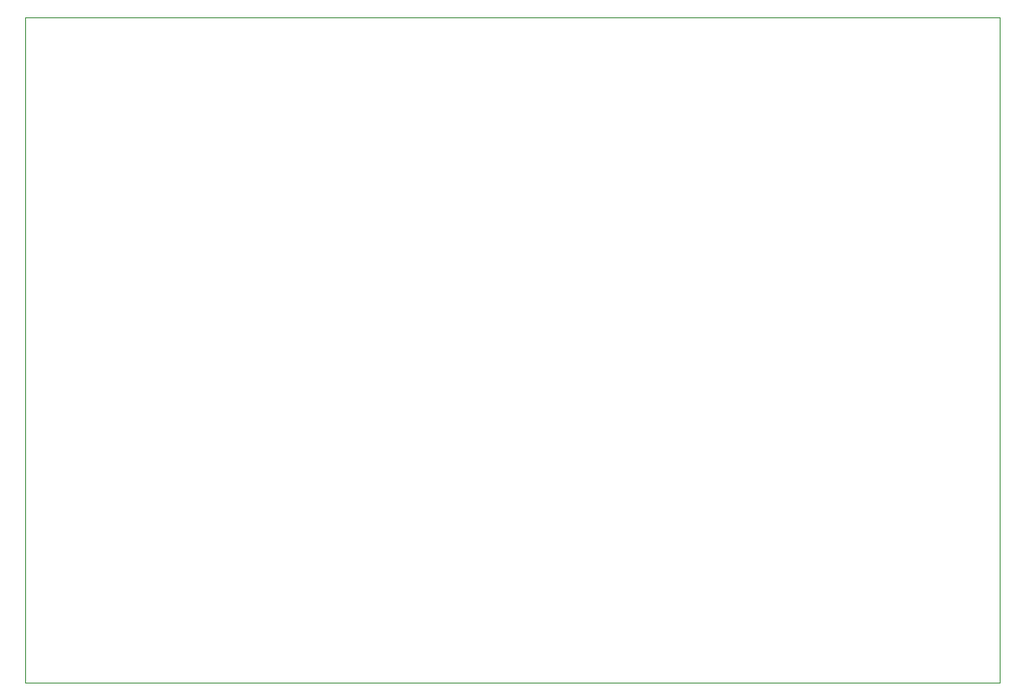
<source format=gbr>
%TF.GenerationSoftware,KiCad,Pcbnew,7.0.8*%
%TF.CreationDate,2024-05-16T20:38:27+02:00*%
%TF.ProjectId,FTCMS_V2,4654434d-535f-4563-922e-6b696361645f,rev?*%
%TF.SameCoordinates,Original*%
%TF.FileFunction,Profile,NP*%
%FSLAX46Y46*%
G04 Gerber Fmt 4.6, Leading zero omitted, Abs format (unit mm)*
G04 Created by KiCad (PCBNEW 7.0.8) date 2024-05-16 20:38:27*
%MOMM*%
%LPD*%
G01*
G04 APERTURE LIST*
%TA.AperFunction,Profile*%
%ADD10C,0.100000*%
%TD*%
G04 APERTURE END LIST*
D10*
X100000000Y-100000000D02*
X194996000Y-100000000D01*
X194996000Y-164897100D01*
X100000000Y-164897100D01*
X100000000Y-100000000D01*
M02*

</source>
